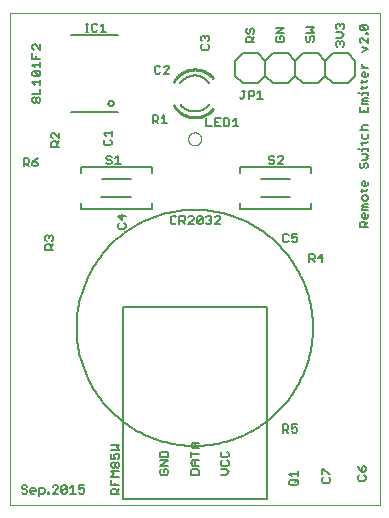
<source format=gto>
G75*
%MOIN*%
%OFA0B0*%
%FSLAX25Y25*%
%IPPOS*%
%LPD*%
%AMOC8*
5,1,8,0,0,1.08239X$1,22.5*
%
%ADD10C,0.00394*%
%ADD11C,0.00600*%
%ADD12C,0.00500*%
%ADD13C,0.00000*%
%ADD14C,0.00800*%
%ADD15C,0.01000*%
D10*
X0004091Y0003012D02*
X0127319Y0003012D01*
X0127319Y0167185D01*
X0004091Y0167185D01*
X0004091Y0003012D01*
D11*
X0017905Y0122469D02*
X0017905Y0123770D01*
X0018339Y0124204D01*
X0019206Y0124204D01*
X0019640Y0123770D01*
X0019640Y0122469D01*
X0020507Y0122469D02*
X0017905Y0122469D01*
X0019640Y0123337D02*
X0020507Y0124204D01*
X0020507Y0125416D02*
X0018772Y0127151D01*
X0018339Y0127151D01*
X0017905Y0126717D01*
X0017905Y0125850D01*
X0018339Y0125416D01*
X0020507Y0125416D02*
X0020507Y0127151D01*
X0013790Y0137131D02*
X0013356Y0137131D01*
X0012923Y0137564D01*
X0012923Y0138432D01*
X0013356Y0138866D01*
X0013790Y0138866D01*
X0014224Y0138432D01*
X0014224Y0137564D01*
X0013790Y0137131D01*
X0012923Y0137564D02*
X0012489Y0137131D01*
X0012055Y0137131D01*
X0011621Y0137564D01*
X0011621Y0138432D01*
X0012055Y0138866D01*
X0012489Y0138866D01*
X0012923Y0138432D01*
X0011621Y0140077D02*
X0014224Y0140077D01*
X0014224Y0141812D01*
X0014224Y0143024D02*
X0014224Y0144759D01*
X0014224Y0143891D02*
X0011621Y0143891D01*
X0012489Y0143024D01*
X0012055Y0145970D02*
X0011621Y0146404D01*
X0011621Y0147271D01*
X0012055Y0147705D01*
X0013790Y0145970D01*
X0014224Y0146404D01*
X0014224Y0147271D01*
X0013790Y0147705D01*
X0012055Y0147705D01*
X0012489Y0148917D02*
X0011621Y0149784D01*
X0014224Y0149784D01*
X0014224Y0148917D02*
X0014224Y0150652D01*
X0014224Y0151863D02*
X0011621Y0151863D01*
X0011621Y0153598D01*
X0012055Y0154810D02*
X0011621Y0155244D01*
X0011621Y0156111D01*
X0012055Y0156545D01*
X0012489Y0156545D01*
X0014224Y0154810D01*
X0014224Y0156545D01*
X0012923Y0152731D02*
X0012923Y0151863D01*
X0013790Y0145970D02*
X0012055Y0145970D01*
X0029410Y0160812D02*
X0030278Y0160812D01*
X0029844Y0160812D02*
X0029844Y0163414D01*
X0029410Y0163414D02*
X0030278Y0163414D01*
X0031375Y0162980D02*
X0031375Y0161246D01*
X0031808Y0160812D01*
X0032676Y0160812D01*
X0033109Y0161246D01*
X0034321Y0160812D02*
X0036056Y0160812D01*
X0035188Y0160812D02*
X0035188Y0163414D01*
X0034321Y0162547D01*
X0033109Y0162980D02*
X0032676Y0163414D01*
X0031808Y0163414D01*
X0031375Y0162980D01*
X0052494Y0149013D02*
X0052494Y0147278D01*
X0052927Y0146844D01*
X0053795Y0146844D01*
X0054228Y0147278D01*
X0055440Y0146844D02*
X0057175Y0148579D01*
X0057175Y0149013D01*
X0056741Y0149446D01*
X0055874Y0149446D01*
X0055440Y0149013D01*
X0054228Y0149013D02*
X0053795Y0149446D01*
X0052927Y0149446D01*
X0052494Y0149013D01*
X0055440Y0146844D02*
X0057175Y0146844D01*
X0065705Y0146217D02*
X0065859Y0146215D01*
X0066013Y0146209D01*
X0066167Y0146199D01*
X0066321Y0146185D01*
X0066474Y0146168D01*
X0066626Y0146146D01*
X0066778Y0146120D01*
X0066930Y0146091D01*
X0067080Y0146057D01*
X0067230Y0146020D01*
X0067378Y0145979D01*
X0067526Y0145934D01*
X0067672Y0145885D01*
X0067817Y0145833D01*
X0067960Y0145777D01*
X0068103Y0145717D01*
X0068243Y0145654D01*
X0068382Y0145587D01*
X0068519Y0145516D01*
X0068654Y0145442D01*
X0068787Y0145365D01*
X0068919Y0145284D01*
X0069048Y0145200D01*
X0069175Y0145112D01*
X0069299Y0145021D01*
X0069421Y0144928D01*
X0069541Y0144830D01*
X0069658Y0144730D01*
X0069773Y0144627D01*
X0069885Y0144521D01*
X0069994Y0144413D01*
X0070100Y0144301D01*
X0070204Y0144187D01*
X0070304Y0144070D01*
X0070402Y0143951D01*
X0070496Y0143829D01*
X0070587Y0143704D01*
X0065705Y0134217D02*
X0065553Y0134219D01*
X0065402Y0134225D01*
X0065251Y0134234D01*
X0065099Y0134248D01*
X0064949Y0134265D01*
X0064799Y0134286D01*
X0064649Y0134311D01*
X0064500Y0134339D01*
X0064352Y0134372D01*
X0064205Y0134408D01*
X0064058Y0134447D01*
X0063913Y0134491D01*
X0063769Y0134538D01*
X0063626Y0134589D01*
X0063485Y0134643D01*
X0063344Y0134701D01*
X0063206Y0134762D01*
X0063069Y0134827D01*
X0062933Y0134896D01*
X0062800Y0134967D01*
X0062668Y0135042D01*
X0062538Y0135121D01*
X0062411Y0135202D01*
X0062285Y0135287D01*
X0062161Y0135375D01*
X0062040Y0135466D01*
X0061921Y0135560D01*
X0061805Y0135658D01*
X0061691Y0135758D01*
X0061579Y0135860D01*
X0061471Y0135966D01*
X0061365Y0136074D01*
X0061261Y0136185D01*
X0061161Y0136299D01*
X0061063Y0136415D01*
X0060969Y0136534D01*
X0065705Y0134217D02*
X0065857Y0134219D01*
X0066008Y0134225D01*
X0066159Y0134234D01*
X0066311Y0134248D01*
X0066461Y0134265D01*
X0066611Y0134286D01*
X0066761Y0134311D01*
X0066910Y0134339D01*
X0067058Y0134372D01*
X0067205Y0134408D01*
X0067352Y0134447D01*
X0067497Y0134491D01*
X0067641Y0134538D01*
X0067784Y0134589D01*
X0067925Y0134643D01*
X0068066Y0134701D01*
X0068204Y0134762D01*
X0068341Y0134827D01*
X0068477Y0134896D01*
X0068610Y0134967D01*
X0068742Y0135042D01*
X0068872Y0135121D01*
X0068999Y0135202D01*
X0069125Y0135287D01*
X0069249Y0135375D01*
X0069370Y0135466D01*
X0069489Y0135560D01*
X0069605Y0135658D01*
X0069719Y0135758D01*
X0069831Y0135860D01*
X0069939Y0135966D01*
X0070045Y0136074D01*
X0070149Y0136185D01*
X0070249Y0136299D01*
X0070347Y0136415D01*
X0070441Y0136534D01*
X0065705Y0146217D02*
X0065555Y0146215D01*
X0065404Y0146209D01*
X0065254Y0146200D01*
X0065105Y0146187D01*
X0064955Y0146170D01*
X0064806Y0146149D01*
X0064658Y0146125D01*
X0064510Y0146097D01*
X0064363Y0146065D01*
X0064217Y0146030D01*
X0064072Y0145990D01*
X0063928Y0145948D01*
X0063785Y0145901D01*
X0063643Y0145851D01*
X0063502Y0145798D01*
X0063363Y0145741D01*
X0063225Y0145681D01*
X0063089Y0145617D01*
X0062955Y0145550D01*
X0062822Y0145479D01*
X0062691Y0145405D01*
X0062562Y0145328D01*
X0062435Y0145247D01*
X0062310Y0145164D01*
X0062187Y0145077D01*
X0062066Y0144988D01*
X0061948Y0144895D01*
X0061832Y0144799D01*
X0061718Y0144701D01*
X0061607Y0144600D01*
X0061498Y0144495D01*
X0061393Y0144389D01*
X0061289Y0144279D01*
X0061189Y0144167D01*
X0061091Y0144053D01*
X0060997Y0143936D01*
X0060905Y0143817D01*
X0055536Y0132915D02*
X0054668Y0132047D01*
X0055536Y0132915D02*
X0055536Y0130313D01*
X0056403Y0130313D02*
X0054668Y0130313D01*
X0053457Y0130313D02*
X0052589Y0131180D01*
X0053023Y0131180D02*
X0051722Y0131180D01*
X0051722Y0130313D02*
X0051722Y0132915D01*
X0053023Y0132915D01*
X0053457Y0132481D01*
X0053457Y0131614D01*
X0053023Y0131180D01*
X0038023Y0127757D02*
X0038023Y0126022D01*
X0038023Y0126890D02*
X0035421Y0126890D01*
X0036288Y0126022D01*
X0035854Y0124810D02*
X0035421Y0124377D01*
X0035421Y0123509D01*
X0035854Y0123076D01*
X0037589Y0123076D01*
X0038023Y0123509D01*
X0038023Y0124377D01*
X0037589Y0124810D01*
X0079209Y0146181D02*
X0079209Y0151181D01*
X0081709Y0153681D01*
X0086709Y0153681D01*
X0089209Y0151181D01*
X0091709Y0153681D01*
X0096709Y0153681D01*
X0099209Y0151181D01*
X0101709Y0153681D01*
X0106709Y0153681D01*
X0109209Y0151181D01*
X0111709Y0153681D01*
X0116709Y0153681D01*
X0119209Y0151181D01*
X0119209Y0146181D01*
X0116709Y0143681D01*
X0111709Y0143681D01*
X0109209Y0146181D01*
X0106709Y0143681D01*
X0101709Y0143681D01*
X0099209Y0146181D01*
X0099209Y0151181D01*
X0099209Y0146181D02*
X0096709Y0143681D01*
X0091709Y0143681D01*
X0089209Y0146181D01*
X0086709Y0143681D01*
X0081709Y0143681D01*
X0079209Y0146181D01*
X0089209Y0146181D02*
X0089209Y0151181D01*
X0109209Y0151181D02*
X0109209Y0146181D01*
D12*
X0113253Y0155820D02*
X0112803Y0156270D01*
X0112803Y0157171D01*
X0113253Y0157621D01*
X0113704Y0157621D01*
X0114154Y0157171D01*
X0114604Y0157621D01*
X0115055Y0157621D01*
X0115505Y0157171D01*
X0115505Y0156270D01*
X0115055Y0155820D01*
X0114154Y0156721D02*
X0114154Y0157171D01*
X0114604Y0158766D02*
X0112803Y0158766D01*
X0112803Y0160568D02*
X0114604Y0160568D01*
X0115505Y0159667D01*
X0114604Y0158766D01*
X0115055Y0161713D02*
X0115505Y0162163D01*
X0115505Y0163064D01*
X0115055Y0163514D01*
X0114604Y0163514D01*
X0114154Y0163064D01*
X0114154Y0162614D01*
X0114154Y0163064D02*
X0113704Y0163514D01*
X0113253Y0163514D01*
X0112803Y0163064D01*
X0112803Y0162163D01*
X0113253Y0161713D01*
X0120685Y0161841D02*
X0120685Y0162741D01*
X0121136Y0163192D01*
X0122937Y0161390D01*
X0123388Y0161841D01*
X0123388Y0162741D01*
X0122937Y0163192D01*
X0121136Y0163192D01*
X0120685Y0161841D02*
X0121136Y0161390D01*
X0122937Y0161390D01*
X0122937Y0160367D02*
X0123388Y0160367D01*
X0123388Y0159917D01*
X0122937Y0159917D01*
X0122937Y0160367D01*
X0123388Y0158772D02*
X0123388Y0156970D01*
X0121586Y0158772D01*
X0121136Y0158772D01*
X0120685Y0158322D01*
X0120685Y0157421D01*
X0121136Y0156970D01*
X0121586Y0155825D02*
X0123388Y0154925D01*
X0121586Y0154024D01*
X0121586Y0149973D02*
X0121586Y0149523D01*
X0122487Y0148622D01*
X0123388Y0148622D02*
X0121586Y0148622D01*
X0122037Y0147477D02*
X0122487Y0147477D01*
X0122487Y0145675D01*
X0122937Y0145675D02*
X0122037Y0145675D01*
X0121586Y0146126D01*
X0121586Y0147027D01*
X0122037Y0147477D01*
X0123388Y0146126D02*
X0122937Y0145675D01*
X0123388Y0146126D02*
X0123388Y0147027D01*
X0123388Y0144612D02*
X0122937Y0144161D01*
X0121136Y0144161D01*
X0121586Y0143711D02*
X0121586Y0144612D01*
X0121586Y0142648D02*
X0121586Y0141747D01*
X0121136Y0142197D02*
X0122937Y0142197D01*
X0123388Y0142648D01*
X0123388Y0140683D02*
X0123388Y0139782D01*
X0123388Y0140233D02*
X0121586Y0140233D01*
X0121586Y0139782D01*
X0120685Y0140233D02*
X0120235Y0140233D01*
X0122037Y0138637D02*
X0123388Y0138637D01*
X0123388Y0137737D02*
X0122037Y0137737D01*
X0121586Y0138187D01*
X0122037Y0138637D01*
X0122037Y0137737D02*
X0121586Y0137286D01*
X0121586Y0136836D01*
X0123388Y0136836D01*
X0123388Y0135691D02*
X0123388Y0133889D01*
X0120685Y0133889D01*
X0120685Y0135691D01*
X0122037Y0134790D02*
X0122037Y0133889D01*
X0122037Y0129798D02*
X0123388Y0129798D01*
X0123388Y0127996D02*
X0120685Y0127996D01*
X0121586Y0128447D02*
X0121586Y0129347D01*
X0122037Y0129798D01*
X0121586Y0128447D02*
X0122037Y0127996D01*
X0121586Y0126851D02*
X0121586Y0125500D01*
X0122037Y0125050D01*
X0122937Y0125050D01*
X0123388Y0125500D01*
X0123388Y0126851D01*
X0123388Y0123986D02*
X0122937Y0123536D01*
X0121136Y0123536D01*
X0121586Y0123986D02*
X0121586Y0123085D01*
X0121586Y0121572D02*
X0123388Y0121572D01*
X0123388Y0122022D02*
X0123388Y0121121D01*
X0122937Y0119976D02*
X0123388Y0119526D01*
X0122937Y0119075D01*
X0123388Y0118625D01*
X0122937Y0118175D01*
X0121586Y0118175D01*
X0121136Y0117030D02*
X0120685Y0116579D01*
X0120685Y0115678D01*
X0121136Y0115228D01*
X0121586Y0115228D01*
X0122037Y0115678D01*
X0122037Y0116579D01*
X0122487Y0117030D01*
X0122937Y0117030D01*
X0123388Y0116579D01*
X0123388Y0115678D01*
X0122937Y0115228D01*
X0122487Y0111137D02*
X0122037Y0111137D01*
X0121586Y0110686D01*
X0121586Y0109785D01*
X0122037Y0109335D01*
X0122937Y0109335D01*
X0123388Y0109785D01*
X0123388Y0110686D01*
X0122487Y0111137D02*
X0122487Y0109335D01*
X0121586Y0108271D02*
X0121586Y0107371D01*
X0121136Y0107821D02*
X0122937Y0107821D01*
X0123388Y0108271D01*
X0122937Y0106226D02*
X0122037Y0106226D01*
X0121586Y0105775D01*
X0121586Y0104875D01*
X0122037Y0104424D01*
X0122937Y0104424D01*
X0123388Y0104875D01*
X0123388Y0105775D01*
X0122937Y0106226D01*
X0123388Y0103279D02*
X0122037Y0103279D01*
X0121586Y0102829D01*
X0122037Y0102378D01*
X0123388Y0102378D01*
X0123388Y0101478D02*
X0121586Y0101478D01*
X0121586Y0101928D01*
X0122037Y0102378D01*
X0122037Y0100333D02*
X0122487Y0100333D01*
X0122487Y0098531D01*
X0122937Y0098531D02*
X0122037Y0098531D01*
X0121586Y0098982D01*
X0121586Y0099882D01*
X0122037Y0100333D01*
X0123388Y0098982D02*
X0122937Y0098531D01*
X0123388Y0098982D02*
X0123388Y0099882D01*
X0123388Y0097386D02*
X0122487Y0096485D01*
X0122487Y0096936D02*
X0122487Y0095585D01*
X0123388Y0095585D02*
X0120685Y0095585D01*
X0120685Y0096936D01*
X0121136Y0097386D01*
X0122037Y0097386D01*
X0122487Y0096936D01*
X0108155Y0086823D02*
X0108155Y0084121D01*
X0108605Y0085472D02*
X0106803Y0085472D01*
X0108155Y0086823D01*
X0105659Y0086373D02*
X0105659Y0085472D01*
X0105208Y0085022D01*
X0103857Y0085022D01*
X0104758Y0085022D02*
X0105659Y0084121D01*
X0103857Y0084121D02*
X0103857Y0086823D01*
X0105208Y0086823D01*
X0105659Y0086373D01*
X0099915Y0091133D02*
X0099465Y0090683D01*
X0098564Y0090683D01*
X0098114Y0091133D01*
X0098114Y0092034D02*
X0099015Y0092485D01*
X0099465Y0092485D01*
X0099915Y0092034D01*
X0099915Y0091133D01*
X0098114Y0092034D02*
X0098114Y0093385D01*
X0099915Y0093385D01*
X0096969Y0092935D02*
X0096518Y0093385D01*
X0095618Y0093385D01*
X0095167Y0092935D01*
X0095167Y0091133D01*
X0095618Y0090683D01*
X0096518Y0090683D01*
X0096969Y0091133D01*
X0089720Y0069173D02*
X0041689Y0069173D01*
X0041689Y0005000D01*
X0089720Y0005000D01*
X0089720Y0069173D01*
X0074219Y0096696D02*
X0072418Y0096696D01*
X0074219Y0098497D01*
X0074219Y0098948D01*
X0073769Y0099398D01*
X0072868Y0099398D01*
X0072418Y0098948D01*
X0071273Y0098948D02*
X0070822Y0099398D01*
X0069922Y0099398D01*
X0069471Y0098948D01*
X0068326Y0098948D02*
X0068326Y0097146D01*
X0067876Y0096696D01*
X0066975Y0096696D01*
X0066525Y0097146D01*
X0068326Y0098948D01*
X0067876Y0099398D01*
X0066975Y0099398D01*
X0066525Y0098948D01*
X0066525Y0097146D01*
X0065380Y0096696D02*
X0063578Y0096696D01*
X0065380Y0098497D01*
X0065380Y0098948D01*
X0064929Y0099398D01*
X0064028Y0099398D01*
X0063578Y0098948D01*
X0062433Y0098948D02*
X0061983Y0099398D01*
X0060632Y0099398D01*
X0060632Y0096696D01*
X0060632Y0097596D02*
X0061983Y0097596D01*
X0062433Y0098047D01*
X0062433Y0098948D01*
X0061532Y0097596D02*
X0062433Y0096696D01*
X0059487Y0097146D02*
X0059036Y0096696D01*
X0058135Y0096696D01*
X0057685Y0097146D01*
X0057685Y0098948D01*
X0058135Y0099398D01*
X0059036Y0099398D01*
X0059487Y0098948D01*
X0069471Y0097146D02*
X0069922Y0096696D01*
X0070822Y0096696D01*
X0071273Y0097146D01*
X0071273Y0097596D01*
X0070822Y0098047D01*
X0070372Y0098047D01*
X0070822Y0098047D02*
X0071273Y0098497D01*
X0071273Y0098948D01*
X0090482Y0117177D02*
X0090933Y0116726D01*
X0091833Y0116726D01*
X0092284Y0117177D01*
X0092284Y0117627D01*
X0091833Y0118078D01*
X0090933Y0118078D01*
X0090482Y0118528D01*
X0090482Y0118978D01*
X0090933Y0119429D01*
X0091833Y0119429D01*
X0092284Y0118978D01*
X0093429Y0118978D02*
X0093879Y0119429D01*
X0094780Y0119429D01*
X0095230Y0118978D01*
X0095230Y0118528D01*
X0093429Y0116726D01*
X0095230Y0116726D01*
X0080238Y0129270D02*
X0078436Y0129270D01*
X0079337Y0129270D02*
X0079337Y0131972D01*
X0078436Y0131071D01*
X0077291Y0131522D02*
X0076841Y0131972D01*
X0075489Y0131972D01*
X0075489Y0129270D01*
X0076841Y0129270D01*
X0077291Y0129720D01*
X0077291Y0131522D01*
X0074345Y0131972D02*
X0072543Y0131972D01*
X0072543Y0129270D01*
X0074345Y0129270D01*
X0073444Y0130621D02*
X0072543Y0130621D01*
X0071398Y0129270D02*
X0069596Y0129270D01*
X0069596Y0131972D01*
X0080714Y0138944D02*
X0081164Y0138493D01*
X0081615Y0138493D01*
X0082065Y0138944D01*
X0082065Y0141196D01*
X0081615Y0141196D02*
X0082515Y0141196D01*
X0083660Y0141196D02*
X0083660Y0138493D01*
X0083660Y0139394D02*
X0085011Y0139394D01*
X0085462Y0139844D01*
X0085462Y0140745D01*
X0085011Y0141196D01*
X0083660Y0141196D01*
X0086607Y0140295D02*
X0087508Y0141196D01*
X0087508Y0138493D01*
X0088408Y0138493D02*
X0086607Y0138493D01*
X0085584Y0157231D02*
X0082882Y0157231D01*
X0082882Y0158582D01*
X0083332Y0159033D01*
X0084233Y0159033D01*
X0084683Y0158582D01*
X0084683Y0157231D01*
X0084683Y0158132D02*
X0085584Y0159033D01*
X0085133Y0160177D02*
X0085584Y0160628D01*
X0085584Y0161529D01*
X0085133Y0161979D01*
X0084683Y0161979D01*
X0084233Y0161529D01*
X0084233Y0160628D01*
X0083782Y0160177D01*
X0083332Y0160177D01*
X0082882Y0160628D01*
X0082882Y0161529D01*
X0083332Y0161979D01*
X0092842Y0162156D02*
X0095544Y0162156D01*
X0092842Y0160355D01*
X0095544Y0160355D01*
X0095094Y0159210D02*
X0094193Y0159210D01*
X0094193Y0158309D01*
X0093293Y0159210D02*
X0092842Y0158759D01*
X0092842Y0157859D01*
X0093293Y0157408D01*
X0095094Y0157408D01*
X0095544Y0157859D01*
X0095544Y0158759D01*
X0095094Y0159210D01*
X0102783Y0158877D02*
X0102783Y0157977D01*
X0103234Y0157526D01*
X0103684Y0157526D01*
X0104134Y0157977D01*
X0104134Y0158877D01*
X0104585Y0159328D01*
X0105035Y0159328D01*
X0105485Y0158877D01*
X0105485Y0157977D01*
X0105035Y0157526D01*
X0103234Y0159328D02*
X0102783Y0158877D01*
X0102783Y0160473D02*
X0105485Y0160473D01*
X0104585Y0161374D01*
X0105485Y0162274D01*
X0102783Y0162274D01*
X0120235Y0121572D02*
X0120685Y0121572D01*
X0121586Y0121572D02*
X0121586Y0121121D01*
X0121586Y0119976D02*
X0122937Y0119976D01*
X0070494Y0155228D02*
X0070044Y0154778D01*
X0068242Y0154778D01*
X0067792Y0155228D01*
X0067792Y0156129D01*
X0068242Y0156579D01*
X0068242Y0157724D02*
X0067792Y0158174D01*
X0067792Y0159075D01*
X0068242Y0159526D01*
X0068693Y0159526D01*
X0069143Y0159075D01*
X0069593Y0159526D01*
X0070044Y0159526D01*
X0070494Y0159075D01*
X0070494Y0158174D01*
X0070044Y0157724D01*
X0070044Y0156579D02*
X0070494Y0156129D01*
X0070494Y0155228D01*
X0069143Y0158625D02*
X0069143Y0159075D01*
X0040129Y0119437D02*
X0039229Y0118537D01*
X0038084Y0118987D02*
X0037633Y0119437D01*
X0036733Y0119437D01*
X0036282Y0118987D01*
X0036282Y0118537D01*
X0036733Y0118086D01*
X0037633Y0118086D01*
X0038084Y0117636D01*
X0038084Y0117185D01*
X0037633Y0116735D01*
X0036733Y0116735D01*
X0036282Y0117185D01*
X0039229Y0116735D02*
X0041030Y0116735D01*
X0040129Y0116735D02*
X0040129Y0119437D01*
X0041398Y0099912D02*
X0041398Y0098111D01*
X0040047Y0099462D01*
X0042749Y0099462D01*
X0042299Y0096966D02*
X0042749Y0096515D01*
X0042749Y0095614D01*
X0042299Y0095164D01*
X0040497Y0095164D01*
X0040047Y0095614D01*
X0040047Y0096515D01*
X0040497Y0096966D01*
X0018628Y0092426D02*
X0018628Y0091525D01*
X0018178Y0091074D01*
X0018628Y0089929D02*
X0017727Y0089029D01*
X0017727Y0089479D02*
X0017727Y0088128D01*
X0018628Y0088128D02*
X0015926Y0088128D01*
X0015926Y0089479D01*
X0016376Y0089929D01*
X0017277Y0089929D01*
X0017727Y0089479D01*
X0016376Y0091074D02*
X0015926Y0091525D01*
X0015926Y0092426D01*
X0016376Y0092876D01*
X0016826Y0092876D01*
X0017277Y0092426D01*
X0017727Y0092876D01*
X0018178Y0092876D01*
X0018628Y0092426D01*
X0017277Y0092426D02*
X0017277Y0091975D01*
X0012933Y0115915D02*
X0012033Y0115915D01*
X0011582Y0116366D01*
X0011582Y0117266D01*
X0012933Y0117266D01*
X0013384Y0116816D01*
X0013384Y0116366D01*
X0012933Y0115915D01*
X0011582Y0117266D02*
X0012483Y0118167D01*
X0013384Y0118618D01*
X0010437Y0118167D02*
X0010437Y0117266D01*
X0009987Y0116816D01*
X0008636Y0116816D01*
X0009537Y0116816D02*
X0010437Y0115915D01*
X0008636Y0115915D02*
X0008636Y0118618D01*
X0009987Y0118618D01*
X0010437Y0118167D01*
X0026335Y0062067D02*
X0026347Y0063033D01*
X0026382Y0063999D01*
X0026442Y0064963D01*
X0026525Y0065926D01*
X0026631Y0066886D01*
X0026761Y0067844D01*
X0026915Y0068798D01*
X0027091Y0069748D01*
X0027292Y0070693D01*
X0027515Y0071633D01*
X0027761Y0072567D01*
X0028030Y0073496D01*
X0028322Y0074417D01*
X0028636Y0075330D01*
X0028973Y0076236D01*
X0029332Y0077133D01*
X0029713Y0078021D01*
X0030115Y0078900D01*
X0030539Y0079768D01*
X0030984Y0080626D01*
X0031450Y0081472D01*
X0031936Y0082307D01*
X0032443Y0083130D01*
X0032970Y0083940D01*
X0033517Y0084737D01*
X0034083Y0085520D01*
X0034668Y0086289D01*
X0035272Y0087043D01*
X0035894Y0087782D01*
X0036534Y0088506D01*
X0037191Y0089214D01*
X0037866Y0089906D01*
X0038558Y0090581D01*
X0039266Y0091238D01*
X0039990Y0091878D01*
X0040729Y0092500D01*
X0041483Y0093104D01*
X0042252Y0093689D01*
X0043035Y0094255D01*
X0043832Y0094802D01*
X0044642Y0095329D01*
X0045465Y0095836D01*
X0046300Y0096322D01*
X0047146Y0096788D01*
X0048004Y0097233D01*
X0048872Y0097657D01*
X0049751Y0098059D01*
X0050639Y0098440D01*
X0051536Y0098799D01*
X0052442Y0099136D01*
X0053355Y0099450D01*
X0054276Y0099742D01*
X0055205Y0100011D01*
X0056139Y0100257D01*
X0057079Y0100480D01*
X0058024Y0100681D01*
X0058974Y0100857D01*
X0059928Y0101011D01*
X0060886Y0101141D01*
X0061846Y0101247D01*
X0062809Y0101330D01*
X0063773Y0101390D01*
X0064739Y0101425D01*
X0065705Y0101437D01*
X0066671Y0101425D01*
X0067637Y0101390D01*
X0068601Y0101330D01*
X0069564Y0101247D01*
X0070524Y0101141D01*
X0071482Y0101011D01*
X0072436Y0100857D01*
X0073386Y0100681D01*
X0074331Y0100480D01*
X0075271Y0100257D01*
X0076205Y0100011D01*
X0077134Y0099742D01*
X0078055Y0099450D01*
X0078968Y0099136D01*
X0079874Y0098799D01*
X0080771Y0098440D01*
X0081659Y0098059D01*
X0082538Y0097657D01*
X0083406Y0097233D01*
X0084264Y0096788D01*
X0085110Y0096322D01*
X0085945Y0095836D01*
X0086768Y0095329D01*
X0087578Y0094802D01*
X0088375Y0094255D01*
X0089158Y0093689D01*
X0089927Y0093104D01*
X0090681Y0092500D01*
X0091420Y0091878D01*
X0092144Y0091238D01*
X0092852Y0090581D01*
X0093544Y0089906D01*
X0094219Y0089214D01*
X0094876Y0088506D01*
X0095516Y0087782D01*
X0096138Y0087043D01*
X0096742Y0086289D01*
X0097327Y0085520D01*
X0097893Y0084737D01*
X0098440Y0083940D01*
X0098967Y0083130D01*
X0099474Y0082307D01*
X0099960Y0081472D01*
X0100426Y0080626D01*
X0100871Y0079768D01*
X0101295Y0078900D01*
X0101697Y0078021D01*
X0102078Y0077133D01*
X0102437Y0076236D01*
X0102774Y0075330D01*
X0103088Y0074417D01*
X0103380Y0073496D01*
X0103649Y0072567D01*
X0103895Y0071633D01*
X0104118Y0070693D01*
X0104319Y0069748D01*
X0104495Y0068798D01*
X0104649Y0067844D01*
X0104779Y0066886D01*
X0104885Y0065926D01*
X0104968Y0064963D01*
X0105028Y0063999D01*
X0105063Y0063033D01*
X0105075Y0062067D01*
X0105063Y0061101D01*
X0105028Y0060135D01*
X0104968Y0059171D01*
X0104885Y0058208D01*
X0104779Y0057248D01*
X0104649Y0056290D01*
X0104495Y0055336D01*
X0104319Y0054386D01*
X0104118Y0053441D01*
X0103895Y0052501D01*
X0103649Y0051567D01*
X0103380Y0050638D01*
X0103088Y0049717D01*
X0102774Y0048804D01*
X0102437Y0047898D01*
X0102078Y0047001D01*
X0101697Y0046113D01*
X0101295Y0045234D01*
X0100871Y0044366D01*
X0100426Y0043508D01*
X0099960Y0042662D01*
X0099474Y0041827D01*
X0098967Y0041004D01*
X0098440Y0040194D01*
X0097893Y0039397D01*
X0097327Y0038614D01*
X0096742Y0037845D01*
X0096138Y0037091D01*
X0095516Y0036352D01*
X0094876Y0035628D01*
X0094219Y0034920D01*
X0093544Y0034228D01*
X0092852Y0033553D01*
X0092144Y0032896D01*
X0091420Y0032256D01*
X0090681Y0031634D01*
X0089927Y0031030D01*
X0089158Y0030445D01*
X0088375Y0029879D01*
X0087578Y0029332D01*
X0086768Y0028805D01*
X0085945Y0028298D01*
X0085110Y0027812D01*
X0084264Y0027346D01*
X0083406Y0026901D01*
X0082538Y0026477D01*
X0081659Y0026075D01*
X0080771Y0025694D01*
X0079874Y0025335D01*
X0078968Y0024998D01*
X0078055Y0024684D01*
X0077134Y0024392D01*
X0076205Y0024123D01*
X0075271Y0023877D01*
X0074331Y0023654D01*
X0073386Y0023453D01*
X0072436Y0023277D01*
X0071482Y0023123D01*
X0070524Y0022993D01*
X0069564Y0022887D01*
X0068601Y0022804D01*
X0067637Y0022744D01*
X0066671Y0022709D01*
X0065705Y0022697D01*
X0064739Y0022709D01*
X0063773Y0022744D01*
X0062809Y0022804D01*
X0061846Y0022887D01*
X0060886Y0022993D01*
X0059928Y0023123D01*
X0058974Y0023277D01*
X0058024Y0023453D01*
X0057079Y0023654D01*
X0056139Y0023877D01*
X0055205Y0024123D01*
X0054276Y0024392D01*
X0053355Y0024684D01*
X0052442Y0024998D01*
X0051536Y0025335D01*
X0050639Y0025694D01*
X0049751Y0026075D01*
X0048872Y0026477D01*
X0048004Y0026901D01*
X0047146Y0027346D01*
X0046300Y0027812D01*
X0045465Y0028298D01*
X0044642Y0028805D01*
X0043832Y0029332D01*
X0043035Y0029879D01*
X0042252Y0030445D01*
X0041483Y0031030D01*
X0040729Y0031634D01*
X0039990Y0032256D01*
X0039266Y0032896D01*
X0038558Y0033553D01*
X0037866Y0034228D01*
X0037191Y0034920D01*
X0036534Y0035628D01*
X0035894Y0036352D01*
X0035272Y0037091D01*
X0034668Y0037845D01*
X0034083Y0038614D01*
X0033517Y0039397D01*
X0032970Y0040194D01*
X0032443Y0041004D01*
X0031936Y0041827D01*
X0031450Y0042662D01*
X0030984Y0043508D01*
X0030539Y0044366D01*
X0030115Y0045234D01*
X0029713Y0046113D01*
X0029332Y0047001D01*
X0028973Y0047898D01*
X0028636Y0048804D01*
X0028322Y0049717D01*
X0028030Y0050638D01*
X0027761Y0051567D01*
X0027515Y0052501D01*
X0027292Y0053441D01*
X0027091Y0054386D01*
X0026915Y0055336D01*
X0026761Y0056290D01*
X0026631Y0057248D01*
X0026525Y0058208D01*
X0026442Y0059171D01*
X0026382Y0060135D01*
X0026347Y0061101D01*
X0026335Y0062067D01*
X0037930Y0023142D02*
X0040632Y0023142D01*
X0039731Y0022242D01*
X0040632Y0021341D01*
X0037930Y0021341D01*
X0037930Y0020196D02*
X0037930Y0018394D01*
X0039281Y0018394D01*
X0038830Y0019295D01*
X0038830Y0019745D01*
X0039281Y0020196D01*
X0040182Y0020196D01*
X0040632Y0019745D01*
X0040632Y0018845D01*
X0040182Y0018394D01*
X0040182Y0017249D02*
X0040632Y0016799D01*
X0040632Y0015898D01*
X0040182Y0015448D01*
X0039731Y0015448D01*
X0039281Y0015898D01*
X0039281Y0016799D01*
X0039731Y0017249D01*
X0040182Y0017249D01*
X0039281Y0016799D02*
X0038830Y0017249D01*
X0038380Y0017249D01*
X0037930Y0016799D01*
X0037930Y0015898D01*
X0038380Y0015448D01*
X0038830Y0015448D01*
X0039281Y0015898D01*
X0037930Y0014303D02*
X0040632Y0014303D01*
X0040632Y0012501D02*
X0037930Y0012501D01*
X0038830Y0013402D01*
X0037930Y0014303D01*
X0037930Y0011356D02*
X0037930Y0009555D01*
X0040632Y0009555D01*
X0040632Y0008410D02*
X0039731Y0007509D01*
X0039731Y0007959D02*
X0039731Y0006608D01*
X0040632Y0006608D02*
X0037930Y0006608D01*
X0037930Y0007959D01*
X0038380Y0008410D01*
X0039281Y0008410D01*
X0039731Y0007959D01*
X0039281Y0009555D02*
X0039281Y0010456D01*
X0028956Y0009566D02*
X0027154Y0009566D01*
X0027154Y0008215D01*
X0028055Y0008666D01*
X0028505Y0008666D01*
X0028956Y0008215D01*
X0028956Y0007315D01*
X0028505Y0006864D01*
X0027605Y0006864D01*
X0027154Y0007315D01*
X0026009Y0006864D02*
X0024208Y0006864D01*
X0025109Y0006864D02*
X0025109Y0009566D01*
X0024208Y0008666D01*
X0023063Y0009116D02*
X0023063Y0007315D01*
X0022612Y0006864D01*
X0021712Y0006864D01*
X0021261Y0007315D01*
X0023063Y0009116D01*
X0022612Y0009566D01*
X0021712Y0009566D01*
X0021261Y0009116D01*
X0021261Y0007315D01*
X0020116Y0006864D02*
X0018315Y0006864D01*
X0020116Y0008666D01*
X0020116Y0009116D01*
X0019666Y0009566D01*
X0018765Y0009566D01*
X0018315Y0009116D01*
X0017292Y0007315D02*
X0017292Y0006864D01*
X0016842Y0006864D01*
X0016842Y0007315D01*
X0017292Y0007315D01*
X0015697Y0007315D02*
X0015246Y0006864D01*
X0013895Y0006864D01*
X0013895Y0005963D02*
X0013895Y0008666D01*
X0015246Y0008666D01*
X0015697Y0008215D01*
X0015697Y0007315D01*
X0012750Y0007765D02*
X0010948Y0007765D01*
X0010948Y0008215D02*
X0011399Y0008666D01*
X0012300Y0008666D01*
X0012750Y0008215D01*
X0012750Y0007765D01*
X0012300Y0006864D02*
X0011399Y0006864D01*
X0010948Y0007315D01*
X0010948Y0008215D01*
X0009804Y0007765D02*
X0009804Y0007315D01*
X0009353Y0006864D01*
X0008452Y0006864D01*
X0008002Y0007315D01*
X0008452Y0008215D02*
X0009353Y0008215D01*
X0009804Y0007765D01*
X0009804Y0009116D02*
X0009353Y0009566D01*
X0008452Y0009566D01*
X0008002Y0009116D01*
X0008002Y0008666D01*
X0008452Y0008215D01*
X0054091Y0013574D02*
X0054541Y0013124D01*
X0056343Y0013124D01*
X0056793Y0013574D01*
X0056793Y0014475D01*
X0056343Y0014926D01*
X0055442Y0014926D01*
X0055442Y0014025D01*
X0054541Y0014926D02*
X0054091Y0014475D01*
X0054091Y0013574D01*
X0054091Y0016071D02*
X0056793Y0017872D01*
X0054091Y0017872D01*
X0054091Y0019017D02*
X0054091Y0020368D01*
X0054541Y0020819D01*
X0056343Y0020819D01*
X0056793Y0020368D01*
X0056793Y0019017D01*
X0054091Y0019017D01*
X0054091Y0016071D02*
X0056793Y0016071D01*
X0064327Y0016971D02*
X0065228Y0016071D01*
X0067030Y0016071D01*
X0066579Y0014926D02*
X0064778Y0014926D01*
X0064327Y0014475D01*
X0064327Y0013124D01*
X0067030Y0013124D01*
X0067030Y0014475D01*
X0066579Y0014926D01*
X0065678Y0016071D02*
X0065678Y0017872D01*
X0065228Y0017872D02*
X0067030Y0017872D01*
X0067030Y0019918D02*
X0064327Y0019918D01*
X0064327Y0019017D02*
X0064327Y0020819D01*
X0065228Y0021964D02*
X0064327Y0022864D01*
X0065228Y0023765D01*
X0067030Y0023765D01*
X0065678Y0023765D02*
X0065678Y0021964D01*
X0065228Y0021964D02*
X0067030Y0021964D01*
X0065228Y0017872D02*
X0064327Y0016971D01*
X0074367Y0016521D02*
X0074817Y0016071D01*
X0076619Y0016071D01*
X0077069Y0016521D01*
X0077069Y0017422D01*
X0076619Y0017872D01*
X0076619Y0019017D02*
X0074817Y0019017D01*
X0074367Y0019467D01*
X0074367Y0020368D01*
X0074817Y0020819D01*
X0076619Y0020819D02*
X0077069Y0020368D01*
X0077069Y0019467D01*
X0076619Y0019017D01*
X0074817Y0017872D02*
X0074367Y0017422D01*
X0074367Y0016521D01*
X0074367Y0014926D02*
X0076168Y0014926D01*
X0077069Y0014025D01*
X0076168Y0013124D01*
X0074367Y0013124D01*
X0095097Y0027172D02*
X0095097Y0029874D01*
X0096448Y0029874D01*
X0096899Y0029424D01*
X0096899Y0028523D01*
X0096448Y0028073D01*
X0095097Y0028073D01*
X0095998Y0028073D02*
X0096899Y0027172D01*
X0098044Y0027622D02*
X0098494Y0027172D01*
X0099395Y0027172D01*
X0099845Y0027622D01*
X0099845Y0028523D01*
X0099395Y0028974D01*
X0098944Y0028974D01*
X0098044Y0028523D01*
X0098044Y0029874D01*
X0099845Y0029874D01*
X0108100Y0015170D02*
X0108550Y0015170D01*
X0110352Y0013368D01*
X0110802Y0013368D01*
X0110352Y0012223D02*
X0110802Y0011773D01*
X0110802Y0010872D01*
X0110352Y0010422D01*
X0108550Y0010422D01*
X0108100Y0010872D01*
X0108100Y0011773D01*
X0108550Y0012223D01*
X0108100Y0013368D02*
X0108100Y0015170D01*
X0099974Y0014381D02*
X0099974Y0012579D01*
X0099974Y0013480D02*
X0097271Y0013480D01*
X0098172Y0012579D01*
X0097722Y0011434D02*
X0097271Y0010984D01*
X0097271Y0010083D01*
X0097722Y0009633D01*
X0099523Y0009633D01*
X0099974Y0010083D01*
X0099974Y0010984D01*
X0099523Y0011434D01*
X0097722Y0011434D01*
X0099073Y0010533D02*
X0099974Y0011434D01*
X0120027Y0011618D02*
X0120478Y0011168D01*
X0122279Y0011168D01*
X0122730Y0011618D01*
X0122730Y0012519D01*
X0122279Y0012970D01*
X0122279Y0014115D02*
X0121378Y0014115D01*
X0121378Y0015466D01*
X0121829Y0015916D01*
X0122279Y0015916D01*
X0122730Y0015466D01*
X0122730Y0014565D01*
X0122279Y0014115D01*
X0121378Y0014115D02*
X0120478Y0015015D01*
X0120027Y0015916D01*
X0120478Y0012970D02*
X0120027Y0012519D01*
X0120027Y0011618D01*
D13*
X0063540Y0125059D02*
X0063542Y0125152D01*
X0063548Y0125244D01*
X0063558Y0125336D01*
X0063572Y0125427D01*
X0063589Y0125518D01*
X0063611Y0125608D01*
X0063636Y0125697D01*
X0063665Y0125785D01*
X0063698Y0125871D01*
X0063735Y0125956D01*
X0063775Y0126040D01*
X0063819Y0126121D01*
X0063866Y0126201D01*
X0063916Y0126279D01*
X0063970Y0126354D01*
X0064027Y0126427D01*
X0064087Y0126497D01*
X0064150Y0126565D01*
X0064216Y0126630D01*
X0064284Y0126692D01*
X0064355Y0126752D01*
X0064429Y0126808D01*
X0064505Y0126861D01*
X0064583Y0126910D01*
X0064663Y0126957D01*
X0064745Y0126999D01*
X0064829Y0127039D01*
X0064914Y0127074D01*
X0065001Y0127106D01*
X0065089Y0127135D01*
X0065178Y0127159D01*
X0065268Y0127180D01*
X0065359Y0127196D01*
X0065451Y0127209D01*
X0065543Y0127218D01*
X0065636Y0127223D01*
X0065728Y0127224D01*
X0065821Y0127221D01*
X0065913Y0127214D01*
X0066005Y0127203D01*
X0066096Y0127188D01*
X0066187Y0127170D01*
X0066277Y0127147D01*
X0066365Y0127121D01*
X0066453Y0127091D01*
X0066539Y0127057D01*
X0066623Y0127020D01*
X0066706Y0126978D01*
X0066787Y0126934D01*
X0066867Y0126886D01*
X0066944Y0126835D01*
X0067018Y0126780D01*
X0067091Y0126722D01*
X0067161Y0126662D01*
X0067228Y0126598D01*
X0067292Y0126532D01*
X0067354Y0126462D01*
X0067412Y0126391D01*
X0067467Y0126317D01*
X0067519Y0126240D01*
X0067568Y0126161D01*
X0067614Y0126081D01*
X0067656Y0125998D01*
X0067694Y0125914D01*
X0067729Y0125828D01*
X0067760Y0125741D01*
X0067787Y0125653D01*
X0067810Y0125563D01*
X0067830Y0125473D01*
X0067846Y0125382D01*
X0067858Y0125290D01*
X0067866Y0125198D01*
X0067870Y0125105D01*
X0067870Y0125013D01*
X0067866Y0124920D01*
X0067858Y0124828D01*
X0067846Y0124736D01*
X0067830Y0124645D01*
X0067810Y0124555D01*
X0067787Y0124465D01*
X0067760Y0124377D01*
X0067729Y0124290D01*
X0067694Y0124204D01*
X0067656Y0124120D01*
X0067614Y0124037D01*
X0067568Y0123957D01*
X0067519Y0123878D01*
X0067467Y0123801D01*
X0067412Y0123727D01*
X0067354Y0123656D01*
X0067292Y0123586D01*
X0067228Y0123520D01*
X0067161Y0123456D01*
X0067091Y0123396D01*
X0067018Y0123338D01*
X0066944Y0123283D01*
X0066867Y0123232D01*
X0066788Y0123184D01*
X0066706Y0123140D01*
X0066623Y0123098D01*
X0066539Y0123061D01*
X0066453Y0123027D01*
X0066365Y0122997D01*
X0066277Y0122971D01*
X0066187Y0122948D01*
X0066096Y0122930D01*
X0066005Y0122915D01*
X0065913Y0122904D01*
X0065821Y0122897D01*
X0065728Y0122894D01*
X0065636Y0122895D01*
X0065543Y0122900D01*
X0065451Y0122909D01*
X0065359Y0122922D01*
X0065268Y0122938D01*
X0065178Y0122959D01*
X0065089Y0122983D01*
X0065001Y0123012D01*
X0064914Y0123044D01*
X0064829Y0123079D01*
X0064745Y0123119D01*
X0064663Y0123161D01*
X0064583Y0123208D01*
X0064505Y0123257D01*
X0064429Y0123310D01*
X0064355Y0123366D01*
X0064284Y0123426D01*
X0064216Y0123488D01*
X0064150Y0123553D01*
X0064087Y0123621D01*
X0064027Y0123691D01*
X0063970Y0123764D01*
X0063916Y0123839D01*
X0063866Y0123917D01*
X0063819Y0123997D01*
X0063775Y0124078D01*
X0063735Y0124162D01*
X0063698Y0124247D01*
X0063665Y0124333D01*
X0063636Y0124421D01*
X0063611Y0124510D01*
X0063589Y0124600D01*
X0063572Y0124691D01*
X0063558Y0124782D01*
X0063548Y0124874D01*
X0063542Y0124966D01*
X0063540Y0125059D01*
D14*
X0051335Y0115610D02*
X0051335Y0113642D01*
X0051335Y0115610D02*
X0027713Y0115610D01*
X0027713Y0113642D01*
X0034602Y0105768D02*
X0044445Y0105768D01*
X0044445Y0111673D02*
X0034799Y0111673D01*
X0027713Y0103799D02*
X0027713Y0101831D01*
X0051335Y0101831D01*
X0051335Y0103799D01*
X0040272Y0133976D02*
X0024524Y0133976D01*
X0036945Y0136906D02*
X0036947Y0136965D01*
X0036953Y0137023D01*
X0036963Y0137081D01*
X0036976Y0137138D01*
X0036994Y0137194D01*
X0037015Y0137249D01*
X0037039Y0137302D01*
X0037068Y0137353D01*
X0037099Y0137403D01*
X0037134Y0137450D01*
X0037172Y0137495D01*
X0037213Y0137537D01*
X0037256Y0137576D01*
X0037302Y0137613D01*
X0037351Y0137646D01*
X0037401Y0137676D01*
X0037453Y0137702D01*
X0037507Y0137725D01*
X0037563Y0137745D01*
X0037619Y0137760D01*
X0037677Y0137772D01*
X0037735Y0137780D01*
X0037794Y0137784D01*
X0037852Y0137784D01*
X0037911Y0137780D01*
X0037969Y0137772D01*
X0038027Y0137760D01*
X0038083Y0137745D01*
X0038139Y0137725D01*
X0038193Y0137702D01*
X0038245Y0137676D01*
X0038295Y0137646D01*
X0038344Y0137613D01*
X0038390Y0137576D01*
X0038433Y0137537D01*
X0038474Y0137495D01*
X0038512Y0137450D01*
X0038547Y0137403D01*
X0038578Y0137353D01*
X0038607Y0137302D01*
X0038631Y0137249D01*
X0038652Y0137194D01*
X0038670Y0137138D01*
X0038683Y0137081D01*
X0038693Y0137023D01*
X0038699Y0136965D01*
X0038701Y0136906D01*
X0038699Y0136847D01*
X0038693Y0136789D01*
X0038683Y0136731D01*
X0038670Y0136674D01*
X0038652Y0136618D01*
X0038631Y0136563D01*
X0038607Y0136510D01*
X0038578Y0136459D01*
X0038547Y0136409D01*
X0038512Y0136362D01*
X0038474Y0136317D01*
X0038433Y0136275D01*
X0038390Y0136236D01*
X0038344Y0136199D01*
X0038295Y0136166D01*
X0038245Y0136136D01*
X0038193Y0136110D01*
X0038139Y0136087D01*
X0038083Y0136067D01*
X0038027Y0136052D01*
X0037969Y0136040D01*
X0037911Y0136032D01*
X0037852Y0136028D01*
X0037794Y0136028D01*
X0037735Y0136032D01*
X0037677Y0136040D01*
X0037619Y0136052D01*
X0037563Y0136067D01*
X0037507Y0136087D01*
X0037453Y0136110D01*
X0037401Y0136136D01*
X0037351Y0136166D01*
X0037302Y0136199D01*
X0037256Y0136236D01*
X0037213Y0136275D01*
X0037172Y0136317D01*
X0037134Y0136362D01*
X0037099Y0136409D01*
X0037068Y0136459D01*
X0037039Y0136510D01*
X0037015Y0136563D01*
X0036994Y0136618D01*
X0036976Y0136674D01*
X0036963Y0136731D01*
X0036953Y0136789D01*
X0036947Y0136847D01*
X0036945Y0136906D01*
X0040272Y0159685D02*
X0024524Y0159685D01*
X0080862Y0115610D02*
X0080862Y0113642D01*
X0080862Y0115610D02*
X0104484Y0115610D01*
X0104484Y0113642D01*
X0097594Y0111673D02*
X0087752Y0111673D01*
X0087752Y0105768D02*
X0097398Y0105768D01*
X0104484Y0103799D02*
X0104484Y0101831D01*
X0080862Y0101831D01*
X0080862Y0103799D01*
D15*
X0058646Y0143982D02*
X0058739Y0144150D01*
X0058835Y0144316D01*
X0058935Y0144480D01*
X0059040Y0144641D01*
X0059148Y0144800D01*
X0059260Y0144956D01*
X0059376Y0145110D01*
X0059495Y0145260D01*
X0059618Y0145408D01*
X0059744Y0145553D01*
X0059874Y0145694D01*
X0060007Y0145833D01*
X0060144Y0145968D01*
X0060284Y0146100D01*
X0060426Y0146228D01*
X0060572Y0146353D01*
X0060721Y0146475D01*
X0060873Y0146593D01*
X0061027Y0146707D01*
X0061185Y0146817D01*
X0061344Y0146924D01*
X0061507Y0147027D01*
X0061672Y0147126D01*
X0061839Y0147221D01*
X0062008Y0147311D01*
X0062179Y0147398D01*
X0062353Y0147481D01*
X0062528Y0147559D01*
X0062706Y0147633D01*
X0062885Y0147703D01*
X0063065Y0147769D01*
X0063247Y0147830D01*
X0063431Y0147887D01*
X0063616Y0147939D01*
X0063802Y0147987D01*
X0063989Y0148031D01*
X0064177Y0148070D01*
X0064366Y0148104D01*
X0064556Y0148134D01*
X0064746Y0148159D01*
X0064937Y0148180D01*
X0065129Y0148196D01*
X0065321Y0148208D01*
X0065513Y0148215D01*
X0065705Y0148217D01*
X0058759Y0136248D02*
X0058858Y0136079D01*
X0058962Y0135913D01*
X0059069Y0135749D01*
X0059180Y0135588D01*
X0059295Y0135430D01*
X0059414Y0135275D01*
X0059537Y0135122D01*
X0059663Y0134973D01*
X0059793Y0134827D01*
X0059927Y0134684D01*
X0060064Y0134544D01*
X0060204Y0134408D01*
X0060348Y0134275D01*
X0060495Y0134146D01*
X0060645Y0134020D01*
X0060798Y0133899D01*
X0060954Y0133780D01*
X0061113Y0133666D01*
X0061274Y0133556D01*
X0061439Y0133450D01*
X0061605Y0133347D01*
X0061775Y0133249D01*
X0061946Y0133155D01*
X0062120Y0133065D01*
X0062296Y0132980D01*
X0062474Y0132898D01*
X0062654Y0132822D01*
X0062836Y0132749D01*
X0063019Y0132681D01*
X0063204Y0132618D01*
X0063391Y0132559D01*
X0063579Y0132505D01*
X0063768Y0132455D01*
X0063958Y0132410D01*
X0064150Y0132370D01*
X0064342Y0132334D01*
X0064535Y0132303D01*
X0064729Y0132277D01*
X0064924Y0132255D01*
X0065119Y0132239D01*
X0065314Y0132227D01*
X0065510Y0132219D01*
X0065705Y0132217D01*
X0065898Y0132219D01*
X0066091Y0132226D01*
X0066283Y0132238D01*
X0066476Y0132254D01*
X0066668Y0132275D01*
X0066859Y0132301D01*
X0067049Y0132331D01*
X0067239Y0132366D01*
X0067428Y0132405D01*
X0067616Y0132449D01*
X0067803Y0132497D01*
X0067989Y0132550D01*
X0068173Y0132607D01*
X0068356Y0132669D01*
X0068537Y0132735D01*
X0068717Y0132806D01*
X0068895Y0132880D01*
X0069071Y0132959D01*
X0069245Y0133043D01*
X0069417Y0133130D01*
X0069587Y0133222D01*
X0069754Y0133318D01*
X0069920Y0133417D01*
X0070083Y0133521D01*
X0070243Y0133628D01*
X0070400Y0133740D01*
X0070555Y0133855D01*
X0070707Y0133974D01*
X0070856Y0134096D01*
X0071003Y0134222D01*
X0071146Y0134352D01*
X0071286Y0134485D01*
X0071422Y0134621D01*
X0071556Y0134761D01*
X0071685Y0134903D01*
X0071812Y0135049D01*
X0071851Y0145339D02*
X0071724Y0145487D01*
X0071594Y0145632D01*
X0071461Y0145773D01*
X0071324Y0145912D01*
X0071184Y0146047D01*
X0071040Y0146178D01*
X0070893Y0146306D01*
X0070744Y0146431D01*
X0070591Y0146552D01*
X0070436Y0146669D01*
X0070277Y0146782D01*
X0070116Y0146891D01*
X0069952Y0146996D01*
X0069786Y0147098D01*
X0069617Y0147195D01*
X0069447Y0147288D01*
X0069273Y0147377D01*
X0069098Y0147462D01*
X0068921Y0147542D01*
X0068742Y0147618D01*
X0068561Y0147690D01*
X0068378Y0147757D01*
X0068194Y0147820D01*
X0068008Y0147878D01*
X0067821Y0147932D01*
X0067633Y0147981D01*
X0067443Y0148026D01*
X0067253Y0148066D01*
X0067061Y0148101D01*
X0066869Y0148132D01*
X0066676Y0148158D01*
X0066482Y0148179D01*
X0066288Y0148196D01*
X0066094Y0148208D01*
X0065900Y0148215D01*
X0065705Y0148217D01*
M02*

</source>
